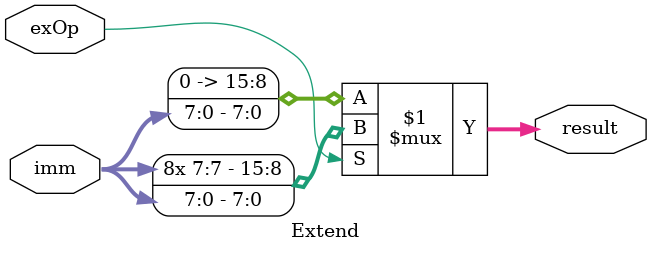
<source format=v>
`timescale 1ns / 1ps

module Extend

	(input [7:0] imm,
	 input exOp,
	 output [15:0] result
    );

	assign result = (exOp) ? {{8{imm[7]}}, imm[7:0]} : {{8{1'b0}}, imm[7:0]};

endmodule

</source>
